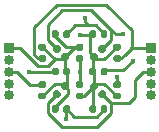
<source format=gbr>
G04 #@! TF.GenerationSoftware,KiCad,Pcbnew,(5.1.9)-1*
G04 #@! TF.CreationDate,2021-02-13T14:42:14-08:00*
G04 #@! TF.ProjectId,ufc_v4_comm,7566635f-7634-45f6-936f-6d6d2e6b6963,rev?*
G04 #@! TF.SameCoordinates,Original*
G04 #@! TF.FileFunction,Copper,L1,Top*
G04 #@! TF.FilePolarity,Positive*
%FSLAX46Y46*%
G04 Gerber Fmt 4.6, Leading zero omitted, Abs format (unit mm)*
G04 Created by KiCad (PCBNEW (5.1.9)-1) date 2021-02-13 14:42:14*
%MOMM*%
%LPD*%
G01*
G04 APERTURE LIST*
G04 #@! TA.AperFunction,ComponentPad*
%ADD10O,0.850000X0.850000*%
G04 #@! TD*
G04 #@! TA.AperFunction,ComponentPad*
%ADD11R,0.850000X0.850000*%
G04 #@! TD*
G04 #@! TA.AperFunction,ViaPad*
%ADD12C,0.450000*%
G04 #@! TD*
G04 #@! TA.AperFunction,Conductor*
%ADD13C,0.250000*%
G04 #@! TD*
G04 APERTURE END LIST*
G04 #@! TA.AperFunction,SMDPad,CuDef*
G36*
G01*
X162279000Y-61539000D02*
X161934000Y-61539000D01*
G75*
G02*
X161786500Y-61391500I0J147500D01*
G01*
X161786500Y-61096500D01*
G75*
G02*
X161934000Y-60949000I147500J0D01*
G01*
X162279000Y-60949000D01*
G75*
G02*
X162426500Y-61096500I0J-147500D01*
G01*
X162426500Y-61391500D01*
G75*
G02*
X162279000Y-61539000I-147500J0D01*
G01*
G37*
G04 #@! TD.AperFunction*
G04 #@! TA.AperFunction,SMDPad,CuDef*
G36*
G01*
X162279000Y-60569000D02*
X161934000Y-60569000D01*
G75*
G02*
X161786500Y-60421500I0J147500D01*
G01*
X161786500Y-60126500D01*
G75*
G02*
X161934000Y-59979000I147500J0D01*
G01*
X162279000Y-59979000D01*
G75*
G02*
X162426500Y-60126500I0J-147500D01*
G01*
X162426500Y-60421500D01*
G75*
G02*
X162279000Y-60569000I-147500J0D01*
G01*
G37*
G04 #@! TD.AperFunction*
G04 #@! TA.AperFunction,SMDPad,CuDef*
G36*
G01*
X159739000Y-62519000D02*
X159739000Y-62174000D01*
G75*
G02*
X159886500Y-62026500I147500J0D01*
G01*
X160181500Y-62026500D01*
G75*
G02*
X160329000Y-62174000I0J-147500D01*
G01*
X160329000Y-62519000D01*
G75*
G02*
X160181500Y-62666500I-147500J0D01*
G01*
X159886500Y-62666500D01*
G75*
G02*
X159739000Y-62519000I0J147500D01*
G01*
G37*
G04 #@! TD.AperFunction*
G04 #@! TA.AperFunction,SMDPad,CuDef*
G36*
G01*
X160709000Y-62519000D02*
X160709000Y-62174000D01*
G75*
G02*
X160856500Y-62026500I147500J0D01*
G01*
X161151500Y-62026500D01*
G75*
G02*
X161299000Y-62174000I0J-147500D01*
G01*
X161299000Y-62519000D01*
G75*
G02*
X161151500Y-62666500I-147500J0D01*
G01*
X160856500Y-62666500D01*
G75*
G02*
X160709000Y-62519000I0J147500D01*
G01*
G37*
G04 #@! TD.AperFunction*
G04 #@! TA.AperFunction,SMDPad,CuDef*
G36*
G01*
X160531375Y-61015327D02*
X160775327Y-60771375D01*
G75*
G02*
X160983923Y-60771375I104298J-104298D01*
G01*
X161192519Y-60979971D01*
G75*
G02*
X161192519Y-61188567I-104298J-104298D01*
G01*
X160948567Y-61432519D01*
G75*
G02*
X160739971Y-61432519I-104298J104298D01*
G01*
X160531375Y-61223923D01*
G75*
G02*
X160531375Y-61015327I104298J104298D01*
G01*
G37*
G04 #@! TD.AperFunction*
G04 #@! TA.AperFunction,SMDPad,CuDef*
G36*
G01*
X159845481Y-60329433D02*
X160089433Y-60085481D01*
G75*
G02*
X160298029Y-60085481I104298J-104298D01*
G01*
X160506625Y-60294077D01*
G75*
G02*
X160506625Y-60502673I-104298J-104298D01*
G01*
X160262673Y-60746625D01*
G75*
G02*
X160054077Y-60746625I-104298J104298D01*
G01*
X159845481Y-60538029D01*
G75*
G02*
X159845481Y-60329433I104298J104298D01*
G01*
G37*
G04 #@! TD.AperFunction*
G04 #@! TA.AperFunction,SMDPad,CuDef*
G36*
G01*
X155929000Y-61539000D02*
X155584000Y-61539000D01*
G75*
G02*
X155436500Y-61391500I0J147500D01*
G01*
X155436500Y-61096500D01*
G75*
G02*
X155584000Y-60949000I147500J0D01*
G01*
X155929000Y-60949000D01*
G75*
G02*
X156076500Y-61096500I0J-147500D01*
G01*
X156076500Y-61391500D01*
G75*
G02*
X155929000Y-61539000I-147500J0D01*
G01*
G37*
G04 #@! TD.AperFunction*
G04 #@! TA.AperFunction,SMDPad,CuDef*
G36*
G01*
X155929000Y-60569000D02*
X155584000Y-60569000D01*
G75*
G02*
X155436500Y-60421500I0J147500D01*
G01*
X155436500Y-60126500D01*
G75*
G02*
X155584000Y-59979000I147500J0D01*
G01*
X155929000Y-59979000D01*
G75*
G02*
X156076500Y-60126500I0J-147500D01*
G01*
X156076500Y-60421500D01*
G75*
G02*
X155929000Y-60569000I-147500J0D01*
G01*
G37*
G04 #@! TD.AperFunction*
G04 #@! TA.AperFunction,SMDPad,CuDef*
G36*
G01*
X157773567Y-60085481D02*
X158017519Y-60329433D01*
G75*
G02*
X158017519Y-60538029I-104298J-104298D01*
G01*
X157808923Y-60746625D01*
G75*
G02*
X157600327Y-60746625I-104298J104298D01*
G01*
X157356375Y-60502673D01*
G75*
G02*
X157356375Y-60294077I104298J104298D01*
G01*
X157564971Y-60085481D01*
G75*
G02*
X157773567Y-60085481I104298J-104298D01*
G01*
G37*
G04 #@! TD.AperFunction*
G04 #@! TA.AperFunction,SMDPad,CuDef*
G36*
G01*
X157087673Y-60771375D02*
X157331625Y-61015327D01*
G75*
G02*
X157331625Y-61223923I-104298J-104298D01*
G01*
X157123029Y-61432519D01*
G75*
G02*
X156914433Y-61432519I-104298J104298D01*
G01*
X156670481Y-61188567D01*
G75*
G02*
X156670481Y-60979971I104298J104298D01*
G01*
X156879077Y-60771375D01*
G75*
G02*
X157087673Y-60771375I104298J-104298D01*
G01*
G37*
G04 #@! TD.AperFunction*
G04 #@! TA.AperFunction,SMDPad,CuDef*
G36*
G01*
X158017519Y-58013567D02*
X157773567Y-58257519D01*
G75*
G02*
X157564971Y-58257519I-104298J104298D01*
G01*
X157356375Y-58048923D01*
G75*
G02*
X157356375Y-57840327I104298J104298D01*
G01*
X157600327Y-57596375D01*
G75*
G02*
X157808923Y-57596375I104298J-104298D01*
G01*
X158017519Y-57804971D01*
G75*
G02*
X158017519Y-58013567I-104298J-104298D01*
G01*
G37*
G04 #@! TD.AperFunction*
G04 #@! TA.AperFunction,SMDPad,CuDef*
G36*
G01*
X157331625Y-57327673D02*
X157087673Y-57571625D01*
G75*
G02*
X156879077Y-57571625I-104298J104298D01*
G01*
X156670481Y-57363029D01*
G75*
G02*
X156670481Y-57154433I104298J104298D01*
G01*
X156914433Y-56910481D01*
G75*
G02*
X157123029Y-56910481I104298J-104298D01*
G01*
X157331625Y-57119077D01*
G75*
G02*
X157331625Y-57327673I-104298J-104298D01*
G01*
G37*
G04 #@! TD.AperFunction*
G04 #@! TA.AperFunction,SMDPad,CuDef*
G36*
G01*
X160775327Y-57571625D02*
X160531375Y-57327673D01*
G75*
G02*
X160531375Y-57119077I104298J104298D01*
G01*
X160739971Y-56910481D01*
G75*
G02*
X160948567Y-56910481I104298J-104298D01*
G01*
X161192519Y-57154433D01*
G75*
G02*
X161192519Y-57363029I-104298J-104298D01*
G01*
X160983923Y-57571625D01*
G75*
G02*
X160775327Y-57571625I-104298J104298D01*
G01*
G37*
G04 #@! TD.AperFunction*
G04 #@! TA.AperFunction,SMDPad,CuDef*
G36*
G01*
X160089433Y-58257519D02*
X159845481Y-58013567D01*
G75*
G02*
X159845481Y-57804971I104298J104298D01*
G01*
X160054077Y-57596375D01*
G75*
G02*
X160262673Y-57596375I104298J-104298D01*
G01*
X160506625Y-57840327D01*
G75*
G02*
X160506625Y-58048923I-104298J-104298D01*
G01*
X160298029Y-58257519D01*
G75*
G02*
X160089433Y-58257519I-104298J104298D01*
G01*
G37*
G04 #@! TD.AperFunction*
G04 #@! TA.AperFunction,SMDPad,CuDef*
G36*
G01*
X158759000Y-56804000D02*
X159104000Y-56804000D01*
G75*
G02*
X159251500Y-56951500I0J-147500D01*
G01*
X159251500Y-57246500D01*
G75*
G02*
X159104000Y-57394000I-147500J0D01*
G01*
X158759000Y-57394000D01*
G75*
G02*
X158611500Y-57246500I0J147500D01*
G01*
X158611500Y-56951500D01*
G75*
G02*
X158759000Y-56804000I147500J0D01*
G01*
G37*
G04 #@! TD.AperFunction*
G04 #@! TA.AperFunction,SMDPad,CuDef*
G36*
G01*
X158759000Y-57774000D02*
X159104000Y-57774000D01*
G75*
G02*
X159251500Y-57921500I0J-147500D01*
G01*
X159251500Y-58216500D01*
G75*
G02*
X159104000Y-58364000I-147500J0D01*
G01*
X158759000Y-58364000D01*
G75*
G02*
X158611500Y-58216500I0J147500D01*
G01*
X158611500Y-57921500D01*
G75*
G02*
X158759000Y-57774000I147500J0D01*
G01*
G37*
G04 #@! TD.AperFunction*
G04 #@! TA.AperFunction,SMDPad,CuDef*
G36*
G01*
X155584000Y-56804000D02*
X155929000Y-56804000D01*
G75*
G02*
X156076500Y-56951500I0J-147500D01*
G01*
X156076500Y-57246500D01*
G75*
G02*
X155929000Y-57394000I-147500J0D01*
G01*
X155584000Y-57394000D01*
G75*
G02*
X155436500Y-57246500I0J147500D01*
G01*
X155436500Y-56951500D01*
G75*
G02*
X155584000Y-56804000I147500J0D01*
G01*
G37*
G04 #@! TD.AperFunction*
G04 #@! TA.AperFunction,SMDPad,CuDef*
G36*
G01*
X155584000Y-57774000D02*
X155929000Y-57774000D01*
G75*
G02*
X156076500Y-57921500I0J-147500D01*
G01*
X156076500Y-58216500D01*
G75*
G02*
X155929000Y-58364000I-147500J0D01*
G01*
X155584000Y-58364000D01*
G75*
G02*
X155436500Y-58216500I0J147500D01*
G01*
X155436500Y-57921500D01*
G75*
G02*
X155584000Y-57774000I147500J0D01*
G01*
G37*
G04 #@! TD.AperFunction*
G04 #@! TA.AperFunction,SMDPad,CuDef*
G36*
G01*
X159739000Y-59344000D02*
X159739000Y-58999000D01*
G75*
G02*
X159886500Y-58851500I147500J0D01*
G01*
X160181500Y-58851500D01*
G75*
G02*
X160329000Y-58999000I0J-147500D01*
G01*
X160329000Y-59344000D01*
G75*
G02*
X160181500Y-59491500I-147500J0D01*
G01*
X159886500Y-59491500D01*
G75*
G02*
X159739000Y-59344000I0J147500D01*
G01*
G37*
G04 #@! TD.AperFunction*
G04 #@! TA.AperFunction,SMDPad,CuDef*
G36*
G01*
X160709000Y-59344000D02*
X160709000Y-58999000D01*
G75*
G02*
X160856500Y-58851500I147500J0D01*
G01*
X161151500Y-58851500D01*
G75*
G02*
X161299000Y-58999000I0J-147500D01*
G01*
X161299000Y-59344000D01*
G75*
G02*
X161151500Y-59491500I-147500J0D01*
G01*
X160856500Y-59491500D01*
G75*
G02*
X160709000Y-59344000I0J147500D01*
G01*
G37*
G04 #@! TD.AperFunction*
G04 #@! TA.AperFunction,SMDPad,CuDef*
G36*
G01*
X159739000Y-56169000D02*
X159739000Y-55824000D01*
G75*
G02*
X159886500Y-55676500I147500J0D01*
G01*
X160181500Y-55676500D01*
G75*
G02*
X160329000Y-55824000I0J-147500D01*
G01*
X160329000Y-56169000D01*
G75*
G02*
X160181500Y-56316500I-147500J0D01*
G01*
X159886500Y-56316500D01*
G75*
G02*
X159739000Y-56169000I0J147500D01*
G01*
G37*
G04 #@! TD.AperFunction*
G04 #@! TA.AperFunction,SMDPad,CuDef*
G36*
G01*
X160709000Y-56169000D02*
X160709000Y-55824000D01*
G75*
G02*
X160856500Y-55676500I147500J0D01*
G01*
X161151500Y-55676500D01*
G75*
G02*
X161299000Y-55824000I0J-147500D01*
G01*
X161299000Y-56169000D01*
G75*
G02*
X161151500Y-56316500I-147500J0D01*
G01*
X160856500Y-56316500D01*
G75*
G02*
X160709000Y-56169000I0J147500D01*
G01*
G37*
G04 #@! TD.AperFunction*
G04 #@! TA.AperFunction,SMDPad,CuDef*
G36*
G01*
X159104000Y-61539000D02*
X158759000Y-61539000D01*
G75*
G02*
X158611500Y-61391500I0J147500D01*
G01*
X158611500Y-61096500D01*
G75*
G02*
X158759000Y-60949000I147500J0D01*
G01*
X159104000Y-60949000D01*
G75*
G02*
X159251500Y-61096500I0J-147500D01*
G01*
X159251500Y-61391500D01*
G75*
G02*
X159104000Y-61539000I-147500J0D01*
G01*
G37*
G04 #@! TD.AperFunction*
G04 #@! TA.AperFunction,SMDPad,CuDef*
G36*
G01*
X159104000Y-60569000D02*
X158759000Y-60569000D01*
G75*
G02*
X158611500Y-60421500I0J147500D01*
G01*
X158611500Y-60126500D01*
G75*
G02*
X158759000Y-59979000I147500J0D01*
G01*
X159104000Y-59979000D01*
G75*
G02*
X159251500Y-60126500I0J-147500D01*
G01*
X159251500Y-60421500D01*
G75*
G02*
X159104000Y-60569000I-147500J0D01*
G01*
G37*
G04 #@! TD.AperFunction*
G04 #@! TA.AperFunction,SMDPad,CuDef*
G36*
G01*
X157154000Y-58999000D02*
X157154000Y-59344000D01*
G75*
G02*
X157006500Y-59491500I-147500J0D01*
G01*
X156711500Y-59491500D01*
G75*
G02*
X156564000Y-59344000I0J147500D01*
G01*
X156564000Y-58999000D01*
G75*
G02*
X156711500Y-58851500I147500J0D01*
G01*
X157006500Y-58851500D01*
G75*
G02*
X157154000Y-58999000I0J-147500D01*
G01*
G37*
G04 #@! TD.AperFunction*
G04 #@! TA.AperFunction,SMDPad,CuDef*
G36*
G01*
X158124000Y-58999000D02*
X158124000Y-59344000D01*
G75*
G02*
X157976500Y-59491500I-147500J0D01*
G01*
X157681500Y-59491500D01*
G75*
G02*
X157534000Y-59344000I0J147500D01*
G01*
X157534000Y-58999000D01*
G75*
G02*
X157681500Y-58851500I147500J0D01*
G01*
X157976500Y-58851500D01*
G75*
G02*
X158124000Y-58999000I0J-147500D01*
G01*
G37*
G04 #@! TD.AperFunction*
G04 #@! TA.AperFunction,SMDPad,CuDef*
G36*
G01*
X157534000Y-56169000D02*
X157534000Y-55824000D01*
G75*
G02*
X157681500Y-55676500I147500J0D01*
G01*
X157976500Y-55676500D01*
G75*
G02*
X158124000Y-55824000I0J-147500D01*
G01*
X158124000Y-56169000D01*
G75*
G02*
X157976500Y-56316500I-147500J0D01*
G01*
X157681500Y-56316500D01*
G75*
G02*
X157534000Y-56169000I0J147500D01*
G01*
G37*
G04 #@! TD.AperFunction*
G04 #@! TA.AperFunction,SMDPad,CuDef*
G36*
G01*
X156564000Y-56169000D02*
X156564000Y-55824000D01*
G75*
G02*
X156711500Y-55676500I147500J0D01*
G01*
X157006500Y-55676500D01*
G75*
G02*
X157154000Y-55824000I0J-147500D01*
G01*
X157154000Y-56169000D01*
G75*
G02*
X157006500Y-56316500I-147500J0D01*
G01*
X156711500Y-56316500D01*
G75*
G02*
X156564000Y-56169000I0J147500D01*
G01*
G37*
G04 #@! TD.AperFunction*
G04 #@! TA.AperFunction,SMDPad,CuDef*
G36*
G01*
X161934000Y-57774000D02*
X162279000Y-57774000D01*
G75*
G02*
X162426500Y-57921500I0J-147500D01*
G01*
X162426500Y-58216500D01*
G75*
G02*
X162279000Y-58364000I-147500J0D01*
G01*
X161934000Y-58364000D01*
G75*
G02*
X161786500Y-58216500I0J147500D01*
G01*
X161786500Y-57921500D01*
G75*
G02*
X161934000Y-57774000I147500J0D01*
G01*
G37*
G04 #@! TD.AperFunction*
G04 #@! TA.AperFunction,SMDPad,CuDef*
G36*
G01*
X161934000Y-56804000D02*
X162279000Y-56804000D01*
G75*
G02*
X162426500Y-56951500I0J-147500D01*
G01*
X162426500Y-57246500D01*
G75*
G02*
X162279000Y-57394000I-147500J0D01*
G01*
X161934000Y-57394000D01*
G75*
G02*
X161786500Y-57246500I0J147500D01*
G01*
X161786500Y-56951500D01*
G75*
G02*
X161934000Y-56804000I147500J0D01*
G01*
G37*
G04 #@! TD.AperFunction*
G04 #@! TA.AperFunction,SMDPad,CuDef*
G36*
G01*
X157534000Y-62519000D02*
X157534000Y-62174000D01*
G75*
G02*
X157681500Y-62026500I147500J0D01*
G01*
X157976500Y-62026500D01*
G75*
G02*
X158124000Y-62174000I0J-147500D01*
G01*
X158124000Y-62519000D01*
G75*
G02*
X157976500Y-62666500I-147500J0D01*
G01*
X157681500Y-62666500D01*
G75*
G02*
X157534000Y-62519000I0J147500D01*
G01*
G37*
G04 #@! TD.AperFunction*
G04 #@! TA.AperFunction,SMDPad,CuDef*
G36*
G01*
X156564000Y-62519000D02*
X156564000Y-62174000D01*
G75*
G02*
X156711500Y-62026500I147500J0D01*
G01*
X157006500Y-62026500D01*
G75*
G02*
X157154000Y-62174000I0J-147500D01*
G01*
X157154000Y-62519000D01*
G75*
G02*
X157006500Y-62666500I-147500J0D01*
G01*
X156711500Y-62666500D01*
G75*
G02*
X156564000Y-62519000I0J147500D01*
G01*
G37*
G04 #@! TD.AperFunction*
D10*
X152945000Y-61190000D03*
X152945000Y-60190000D03*
X152945000Y-59190000D03*
X152945000Y-58190000D03*
D11*
X152945000Y-57190000D03*
X164945000Y-57190000D03*
D10*
X164945000Y-58190000D03*
X164945000Y-59190000D03*
X164945000Y-60190000D03*
X164945000Y-61190000D03*
D12*
X158993500Y-56063500D03*
X162097891Y-59619500D03*
X159390851Y-54674022D03*
X162613506Y-56029373D03*
X154675500Y-59175000D03*
X163429834Y-58244912D03*
X157787000Y-63175500D03*
X158930000Y-59175000D03*
D13*
X158514894Y-57099000D02*
X158931500Y-57099000D01*
X157686947Y-57926947D02*
X158514894Y-57099000D01*
X156859000Y-56186818D02*
X156859000Y-55996500D01*
X157771182Y-57099000D02*
X156859000Y-56186818D01*
X158931500Y-57099000D02*
X157771182Y-57099000D01*
X155774732Y-57099000D02*
X155756500Y-57099000D01*
X156828953Y-58153221D02*
X155774732Y-57099000D01*
X157460673Y-58153221D02*
X156828953Y-58153221D01*
X157686947Y-57926947D02*
X157460673Y-58153221D01*
X157686947Y-59029447D02*
X157829000Y-59171500D01*
X157686947Y-57926947D02*
X157686947Y-59029447D01*
X157829000Y-60274000D02*
X157686947Y-60416053D01*
X157829000Y-59171500D02*
X157829000Y-60274000D01*
X155774732Y-61244000D02*
X155756500Y-61244000D01*
X156828953Y-60189779D02*
X155774732Y-61244000D01*
X157460673Y-60189779D02*
X156828953Y-60189779D01*
X157686947Y-60416053D02*
X157460673Y-60189779D01*
X156859000Y-62156182D02*
X156859000Y-62346500D01*
X157913221Y-61101961D02*
X156859000Y-62156182D01*
X157913221Y-60642327D02*
X157913221Y-61101961D01*
X157686947Y-60416053D02*
X157913221Y-60642327D01*
X156293164Y-58689010D02*
X156828953Y-58153221D01*
X155388278Y-58689010D02*
X156293164Y-58689010D01*
X153889268Y-57190000D02*
X155388278Y-58689010D01*
X152945000Y-57190000D02*
X153889268Y-57190000D01*
X160034000Y-60558106D02*
X160176053Y-60416053D01*
X160034000Y-62346500D02*
X160034000Y-60558106D01*
X159348106Y-61244000D02*
X160176053Y-60416053D01*
X158931500Y-61244000D02*
X159348106Y-61244000D01*
X162088268Y-61244000D02*
X162106500Y-61244000D01*
X161034047Y-60189779D02*
X162088268Y-61244000D01*
X160402327Y-60189779D02*
X161034047Y-60189779D01*
X160176053Y-60416053D02*
X160402327Y-60189779D01*
X160176053Y-59313553D02*
X160034000Y-59171500D01*
X160176053Y-60416053D02*
X160176053Y-59313553D01*
X160034000Y-58069000D02*
X160176053Y-57926947D01*
X160034000Y-59171500D02*
X160034000Y-58069000D01*
X159967000Y-56063500D02*
X160034000Y-55996500D01*
X158993500Y-56063500D02*
X159967000Y-56063500D01*
X162088268Y-57099000D02*
X162106500Y-57099000D01*
X160402327Y-58153221D02*
X161034047Y-58153221D01*
X159841186Y-56189314D02*
X160034000Y-55996500D01*
X160176053Y-57926947D02*
X160402327Y-58153221D01*
X161034047Y-58153221D02*
X162088268Y-57099000D01*
X160176053Y-57926947D02*
X159841186Y-57592080D01*
X159841186Y-57592080D02*
X159841186Y-56189314D01*
X162426500Y-58069000D02*
X162106500Y-58069000D01*
X162751510Y-57743990D02*
X162426500Y-58069000D01*
X163305500Y-57190000D02*
X162751510Y-57743990D01*
X164945000Y-57190000D02*
X163305500Y-57190000D01*
X156985991Y-53499009D02*
X161156144Y-53499009D01*
X163338507Y-57156993D02*
X162751510Y-57743990D01*
X161156144Y-53499009D02*
X163338507Y-55681372D01*
X155111490Y-57743990D02*
X155111490Y-55373510D01*
X155756500Y-58069000D02*
X155436500Y-58069000D01*
X155111490Y-55373510D02*
X156985991Y-53499009D01*
X163338507Y-55681372D02*
X163338507Y-57156993D01*
X155436500Y-58069000D02*
X155111490Y-57743990D01*
X153617498Y-59190000D02*
X154701498Y-60274000D01*
X152945000Y-59190000D02*
X153617498Y-59190000D01*
X154701498Y-60274000D02*
X155756500Y-60274000D01*
X162106500Y-59628109D02*
X162097891Y-59619500D01*
X162106500Y-60274000D02*
X162106500Y-59628109D01*
X158550501Y-55274999D02*
X157829000Y-55996500D01*
X159718501Y-55274999D02*
X158550501Y-55274999D01*
X161004000Y-55996500D02*
X161004000Y-55969153D01*
X159718501Y-55274999D02*
X159390851Y-54947349D01*
X161004000Y-55969153D02*
X160309846Y-55274999D01*
X160309846Y-55274999D02*
X159718501Y-55274999D01*
X159390851Y-54947349D02*
X159390851Y-54674022D01*
X161624010Y-56478990D02*
X161624010Y-55628278D01*
X160861947Y-57241053D02*
X161624010Y-56478990D01*
X159944752Y-53949020D02*
X157488480Y-53949020D01*
X161624010Y-55628278D02*
X159944752Y-53949020D01*
X156238990Y-56478990D02*
X157001053Y-57241053D01*
X156238990Y-55198510D02*
X156238990Y-56478990D01*
X157488480Y-53949020D02*
X156238990Y-55198510D01*
X162025105Y-56029373D02*
X161624010Y-55628278D01*
X162613506Y-56029373D02*
X162025105Y-56029373D01*
X156855500Y-59175000D02*
X156859000Y-59171500D01*
X154675500Y-59175000D02*
X156855500Y-59175000D01*
X162605248Y-59069498D02*
X163429834Y-58244912D01*
X161004000Y-59171500D02*
X161106002Y-59069498D01*
X161106002Y-59069498D02*
X162605248Y-59069498D01*
X161624010Y-61864010D02*
X160861947Y-61101947D01*
X157424769Y-63900501D02*
X160438231Y-63900501D01*
X157001053Y-61101947D02*
X156238990Y-61864010D01*
X156238990Y-61864010D02*
X156238990Y-62714722D01*
X156238990Y-62714722D02*
X157424769Y-63900501D01*
X160438231Y-63900501D02*
X161624010Y-62714722D01*
X161624010Y-62714722D02*
X161624010Y-61864010D01*
X163083988Y-61864010D02*
X161624010Y-61864010D01*
X163629000Y-61318998D02*
X163083988Y-61864010D01*
X163629000Y-59904960D02*
X163629000Y-61318998D01*
X164343960Y-59190000D02*
X163629000Y-59904960D01*
X164945000Y-59190000D02*
X164343960Y-59190000D01*
X161004000Y-62364732D02*
X161004000Y-62346500D01*
X160377222Y-62991510D02*
X161004000Y-62364732D01*
X158474010Y-62991510D02*
X160377222Y-62991510D01*
X157829000Y-62346500D02*
X158474010Y-62991510D01*
X157787000Y-62388500D02*
X157829000Y-62346500D01*
X157787000Y-63175500D02*
X157787000Y-62388500D01*
X158930000Y-60272500D02*
X158931500Y-60274000D01*
X158930000Y-59175000D02*
X158930000Y-60272500D01*
X158930000Y-58070500D02*
X158931500Y-58069000D01*
X158930000Y-59175000D02*
X158930000Y-58070500D01*
M02*

</source>
